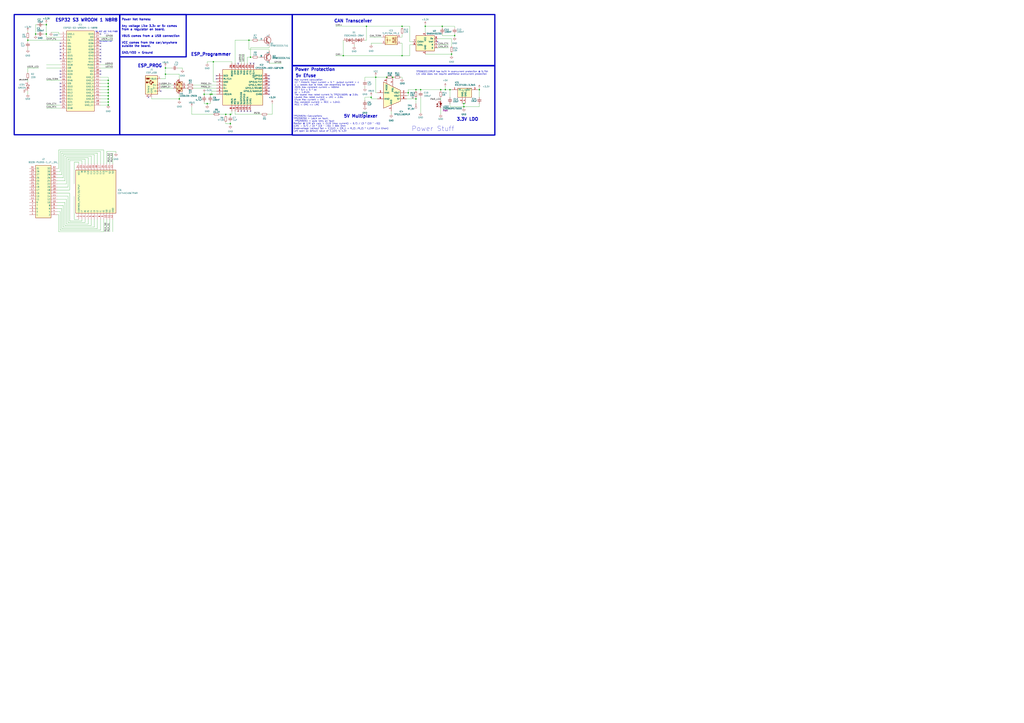
<source format=kicad_sch>
(kicad_sch (version 20250114) (generator "eeschema") (generator_version "9.0")
  (paper "A1")
  (rectangle (start 98.298 11.938) (end 240.03 110.744) (stroke (width 1)))
  (rectangle (start 240.03 11.938) (end 406.4 54.102) (stroke (width 1)))
  (rectangle (start 98.298 11.938) (end 152.908 46.736) (stroke (width 1)))
  (rectangle (start 240.03 53.848) (end 406.4 110.998) (stroke (width 1.016)))
  (rectangle (start 11.684 11.938) (end 98.298 110.744) (stroke (width 1)))
  (text "Move anywhere u want ^\n\n" (at 87.122 34.544 0) (effects (font (size 0.6 0.6))))
  (text "Power Protection" (at 242.062 58.674 0) (effects (font (size 2.54 2.54) (thickness 0.512) (bold yes)) (justify left bottom)))
  (text "Power Stuff" (at 355.6 105.918 0) (effects (font (size 4 4))))
  (text "3.3V LDO" (at 374.904 99.568 0) (effects (font (size 2.54 2.54) (thickness 0.512) (bold yes)) (justify left bottom)))
  (text "TPS563211DRLR has built in overcurrent protection @ 5.75A\n12v side does not require additional overcurrent protection" (at 341.63 58.166 0) (effects (font (size 1.27 1.27)) (justify left top)))
  (text "5v Efuse\n" (at 242.57 63.754 0) (effects (font (size 2.54 2.54) (thickness 0.512) (bold yes)) (justify left bottom)))
  (text "TPS25925x Calculations\nTPS259250 = Latch on fault,\n TPS259251 = auto retry on fault\nResitor @ ILIM pin calc = (ILIM (max current) - 0.7) / (3 * (10 ^ -5))\n(LMC - 0.7) / (3 * (10 ^ -5)) = 60k Ohm\nUndervoltage Lockout Set = V_(UV) = ((R_1 + R_2) /R_2) * V_ENR (1.4 Given)\nLeft open so default value of V_(UV) is 4.3V\n" (at 241.046 94.742 0) (effects (font (size 1.27 1.27)) (justify left top)))
  (text "ESP_PROG" (at 113.03 55.626 0) (effects (font (size 2.54 2.54) (thickness 0.512) (bold yes)) (justify left bottom)))
  (text "CAN Transceiver" (at 274.32 18.796 0) (effects (font (size 2.54 2.54) (thickness 0.512) (bold yes)) (justify left bottom)))
  (text "5V Multiplexer" (at 282.194 97.028 0) (effects (font (size 2.54 2.54) (thickness 0.512) (bold yes)) (justify left bottom)))
  (text "DO NOT USE THIS PIN!!!\n<--" (at 87.376 26.924 0) (effects (font (size 1 1))))
  (text "Max current calculation\n12 * historic input current = 5 *  output current + c\nc = losses due to heat, can essentialy be ignored\n2025 max constant current = 400mA\n12 * 0.4 = 5 * oc\noc = 1.042A\nThe lowest max rated current is TPS2116DRL @ 2.5A.\nLowest Max rated current = LMC = 2.5A.\nEfuze Max current = EMC.\nMax constent current = MCC = 1.042.\nMCC < EMC <= LMC" (at 241.808 65.024 0) (effects (font (size 1.27 1.27)) (justify left top)))
  (text "ESP32 S3 WROOM 1 N8R8" (at 96.774 18.034 0) (effects (font (size 2.54 2.54) (thickness 0.512) (bold yes)) (justify right bottom)))
  (text "ESP_Programmer" (at 156.718 46.228 0) (effects (font (size 2.54 2.54) (thickness 0.512) (bold yes)) (justify left bottom)))
  (text "Power Net Names:\n\nAny voltage Like 3.3v or 5v comes\nfrom a regulator on board.\n\nVBUS comes from a USB connection\n\nVCC comes from the car/anywhere \noutside the board.\n\nGND/VDD = Ground" (at 99.822 29.718 0) (effects (font (size 1.7 1.7) (thickness 0.34) (bold yes)) (justify left)))
  (junction (at 88.9 76.2))
  (junction (at 38.1 27.94))
  (junction (at 135.89 55.88))
  (junction (at 341.63 81.28))
  (junction (at 330.2 45.72))
  (junction (at 38.1 20.32))
  (junction (at 88.9 83.82))
  (junction (at 88.9 71.12))
  (junction (at 369.57 73.66))
  (junction (at 204.47 33.02))
  (junction (at 175.26 50.8))
  (junction (at 205.74 46.99))
  (junction (at 189.23 93.98))
  (junction (at 88.9 78.74))
  (junction (at 361.95 73.66))
  (junction (at 29.21 27.94))
  (junction (at 335.28 76.2))
  (junction (at 88.9 66.04))
  (junction (at 341.63 73.66))
  (junction (at 172.72 77.47))
  (junction (at 317.5 63.5))
  (junction (at 363.22 21.59))
  (junction (at 88.9 68.58))
  (junction (at 167.64 77.47))
  (junction (at 135.89 60.96))
  (junction (at 345.44 73.66))
  (junction (at 185.42 93.98))
  (junction (at 330.2 21.59))
  (junction (at 189.23 101.6))
  (junction (at 322.58 63.5))
  (junction (at 300.99 21.59))
  (junction (at 381 85.09))
  (junction (at 173.99 77.47))
  (junction (at 370.84 44.45))
  (junction (at 88.9 81.28))
  (junction (at 147.32 81.28))
  (junction (at 304.8 80.01))
  (junction (at 349.25 21.59))
  (junction (at 365.76 73.66))
  (junction (at 373.38 29.21))
  (junction (at 393.7 73.66))
  (junction (at 88.9 86.36))
  (junction (at 281.94 45.72))
  (junction (at 170.18 85.09))
  (junction (at 22.86 33.02))
  (junction (at 308.61 63.5))
  (junction (at 381 87.63))
  (junction (at 88.9 73.66))
  (no_connect (at 49.53 76.2))
  (no_connect (at 82.55 60.96))
  (no_connect (at 82.55 40.64))
  (no_connect (at 49.53 45.72))
  (no_connect (at 121.92 80.01))
  (no_connect (at 49.53 60.96))
  (no_connect (at 82.55 50.8))
  (no_connect (at 49.53 71.12))
  (no_connect (at 49.53 68.58))
  (no_connect (at 203.2 91.44))
  (no_connect (at 220.98 64.77))
  (no_connect (at 82.55 43.18))
  (no_connect (at 49.53 83.82))
  (no_connect (at 82.55 35.56))
  (no_connect (at 49.53 81.28))
  (no_connect (at 359.41 34.29))
  (no_connect (at 82.55 58.42))
  (no_connect (at 49.53 43.18))
  (no_connect (at 220.98 74.93))
  (no_connect (at 49.53 38.1))
  (no_connect (at 132.08 74.93))
  (no_connect (at 177.8 64.77))
  (no_connect (at 220.98 62.23))
  (no_connect (at 49.53 35.56))
  (no_connect (at 49.53 48.26))
  (no_connect (at 220.98 69.85))
  (no_connect (at 49.53 58.42))
  (no_connect (at 198.12 91.44))
  (no_connect (at 82.55 27.94))
  (no_connect (at 82.55 38.1))
  (no_connect (at 220.98 67.31))
  (no_connect (at 49.53 78.74))
  (no_connect (at 49.53 63.5))
  (no_connect (at 82.55 48.26))
  (no_connect (at 208.28 52.07))
  (no_connect (at 195.58 52.07))
  (no_connect (at 49.53 40.64))
  (no_connect (at 177.8 62.23))
  (no_connect (at 82.55 45.72))
  (no_connect (at 49.53 73.66))
  (no_connect (at 220.98 77.47))
  (no_connect (at 200.66 91.44))
  (no_connect (at 220.98 72.39))
  (no_connect (at 205.74 91.44))
  (no_connect (at 205.74 52.07))
  (wire (pts (xy 49.53 27.94) (xy 48.26 27.94)))
  (wire (pts (xy 135.89 54.61) (xy 135.89 55.88)))
  (wire (pts (xy 88.9 63.5) (xy 88.9 66.04)))
  (wire (pts (xy 55.88 153.67) (xy 55.88 130.81)))
  (wire (pts (xy 74.93 185.42) (xy 74.93 180.34)))
  (wire (pts (xy 60.96 161.29) (xy 60.96 180.34)))
  (wire (pts (xy 88.9 68.58) (xy 88.9 71.12)))
  (wire (pts (xy 52.07 186.69) (xy 77.47 186.69)))
  (wire (pts (xy 88.9 78.74) (xy 88.9 81.28)))
  (wire (pts (xy 180.34 93.98) (xy 185.42 93.98)))
  (wire (pts (xy 349.25 44.45) (xy 370.84 44.45)))
  (wire (pts (xy 223.52 93.98) (xy 223.52 85.09)))
  (wire (pts (xy 158.75 72.39) (xy 177.8 72.39)))
  (wire (pts (xy 50.8 143.51) (xy 50.8 125.73)))
  (wire (pts (xy 72.39 184.15) (xy 72.39 180.34)))
  (wire (pts (xy 46.99 138.43) (xy 48.26 138.43)))
  (wire (pts (xy 365.76 73.66) (xy 361.95 73.66)))
  (wire (pts (xy 335.28 76.2) (xy 334.01 76.2)))
  (wire (pts (xy 172.72 85.09) (xy 172.72 83.82)))
  (wire (pts (xy 38.1 30.48) (xy 49.53 30.48)))
  (wire (pts (xy 330.2 63.5) (xy 328.93 63.5)))
  (wire (pts (xy 341.63 73.66) (xy 345.44 73.66)))
  (wire (pts (xy 336.55 21.59) (xy 336.55 34.29)))
  (wire (pts (xy 22.86 33.02) (xy 49.53 33.02)))
  (wire (pts (xy 46.99 158.75) (xy 57.15 158.75)))
  (wire (pts (xy 363.22 21.59) (xy 363.22 22.86)))
  (wire (pts (xy 220.98 52.07) (xy 231.14 52.07)))
  (wire (pts (xy 321.31 91.44) (xy 321.31 93.98)))
  (wire (pts (xy 87.63 124.46) (xy 95.25 124.46)))
  (wire (pts (xy 82.55 73.66) (xy 88.9 73.66)))
  (wire (pts (xy 88.9 83.82) (xy 88.9 86.36)))
  (wire (pts (xy 82.55 53.34) (xy 92.71 53.34)))
  (wire (pts (xy 345.44 80.01) (xy 345.44 92.71)))
  (wire (pts (xy 157.48 93.98) (xy 157.48 87.63)))
  (wire (pts (xy 189.23 93.98) (xy 190.5 93.98)))
  (wire (pts (xy 281.94 45.72) (xy 330.2 45.72)))
  (wire (pts (xy 175.26 50.8) (xy 175.26 67.31)))
  (wire (pts (xy 304.8 81.28) (xy 309.88 81.28)))
  (wire (pts (xy 38.1 27.94) (xy 38.1 30.48)))
  (wire (pts (xy 212.09 46.99) (xy 213.36 46.99)))
  (wire (pts (xy 299.72 63.5) (xy 299.72 66.04)))
  (wire (pts (xy 54.61 129.54) (xy 72.39 129.54)))
  (wire (pts (xy 22.86 55.88) (xy 31.75 55.88)))
  (wire (pts (xy 82.55 30.48) (xy 92.71 30.48)))
  (wire (pts (xy 363.22 29.21) (xy 363.22 27.94)))
  (wire (pts (xy 38.1 19.05) (xy 38.1 20.32)))
  (wire (pts (xy 88.9 81.28) (xy 88.9 83.82)))
  (wire (pts (xy 41.91 26.67) (xy 48.26 26.67)))
  (wire (pts (xy 30.48 20.32) (xy 29.21 20.32)))
  (wire (pts (xy 335.28 73.66) (xy 341.63 73.66)))
  (wire (pts (xy 220.98 39.37) (xy 220.98 38.1)))
  (wire (pts (xy 69.85 182.88) (xy 69.85 180.34)))
  (wire (pts (xy 313.69 30.48) (xy 303.53 30.48)))
  (wire (pts (xy 46.99 161.29) (xy 55.88 161.29)))
  (wire (pts (xy 50.8 171.45) (xy 50.8 187.96)))
  (wire (pts (xy 49.53 124.46) (xy 82.55 124.46)))
  (wire (pts (xy 361.95 80.01) (xy 361.95 82.55)))
  (wire (pts (xy 341.63 73.66) (xy 341.63 74.93)))
  (wire (pts (xy 82.55 81.28) (xy 88.9 81.28)))
  (wire (pts (xy 204.47 33.02) (xy 207.01 33.02)))
  (wire (pts (xy 393.7 73.66) (xy 393.7 80.01)))
  (wire (pts (xy 205.74 39.37) (xy 205.74 46.99)))
  (wire (pts (xy 95.25 124.46) (xy 95.25 125.73)))
  (wire (pts (xy 220.98 40.64) (xy 220.98 41.91)))
  (wire (pts (xy 46.99 153.67) (xy 55.88 153.67)))
  (wire (pts (xy 308.61 63.5) (xy 308.61 76.2)))
  (wire (pts (xy 170.18 85.09) (xy 172.72 85.09)))
  (wire (pts (xy 82.55 66.04) (xy 88.9 66.04)))
  (wire (pts (xy 281.94 33.02) (xy 281.94 45.72)))
  (wire (pts (xy 336.55 34.29) (xy 339.09 34.29)))
  (wire (pts (xy 185.42 95.25) (xy 185.42 93.98)))
  (wire (pts (xy 369.57 87.63) (xy 381 87.63)))
  (wire (pts (xy 290.83 36.83) (xy 290.83 38.1)))
  (wire (pts (xy 82.55 189.23) (xy 82.55 180.34)))
  (wire (pts (xy 308.61 62.23) (xy 308.61 63.5)))
  (wire (pts (xy 46.99 151.13) (xy 54.61 151.13)))
  (wire (pts (xy 220.98 39.37) (xy 205.74 39.37)))
  (wire (pts (xy 370.84 44.45) (xy 370.84 45.72)))
  (wire (pts (xy 349.25 21.59) (xy 349.25 26.67)))
  (wire (pts (xy 173.99 74.93) (xy 177.8 74.93)))
  (wire (pts (xy 46.99 166.37) (xy 53.34 166.37)))
  (wire (pts (xy 22.86 33.02) (xy 22.86 31.75)))
  (wire (pts (xy 330.2 63.5) (xy 330.2 64.77)))
  (wire (pts (xy 46.99 173.99) (xy 49.53 173.99)))
  (wire (pts (xy 55.88 130.81) (xy 69.85 130.81)))
  (wire (pts (xy 177.8 67.31) (xy 175.26 67.31)))
  (wire (pts (xy 35.56 20.32) (xy 38.1 20.32)))
  (wire (pts (xy 300.99 21.59) (xy 330.2 21.59)))
  (wire (pts (xy 193.04 93.98) (xy 193.04 91.44)))
  (wire (pts (xy 299.72 63.5) (xy 308.61 63.5)))
  (wire (pts (xy 330.2 22.86) (xy 330.2 21.59)))
  (wire (pts (xy 203.2 46.99) (xy 205.74 46.99)))
  (wire (pts (xy 132.08 72.39) (xy 142.24 72.39)))
  (wire (pts (xy 381 87.63) (xy 393.7 87.63)))
  (wire (pts (xy 167.64 77.47) (xy 167.64 76.2)))
  (wire (pts (xy 373.38 21.59) (xy 373.38 22.86)))
  (wire (pts (xy 330.2 30.48) (xy 330.2 27.94)))
  (wire (pts (xy 57.15 158.75) (xy 57.15 181.61)))
  (wire (pts (xy 393.7 85.09) (xy 393.7 87.63)))
  (wire (pts (xy 379.73 85.09) (xy 381 85.09)))
  (wire (pts (xy 92.71 180.34) (xy 92.71 190.5)))
  (wire (pts (xy 299.72 72.39) (xy 299.72 71.12)))
  (wire (pts (xy 328.93 30.48) (xy 330.2 30.48)))
  (wire (pts (xy 29.21 27.94) (xy 29.21 29.21)))
  (wire (pts (xy 370.84 43.18) (xy 370.84 44.45)))
  (wire (pts (xy 381 85.09) (xy 381 87.63)))
  (wire (pts (xy 57.15 181.61) (xy 67.31 181.61)))
  (wire (pts (xy 369.57 87.63) (xy 369.57 85.09)))
  (wire (pts (xy 336.55 45.72) (xy 336.55 36.83)))
  (wire (pts (xy 190.5 93.98) (xy 190.5 91.44)))
  (wire (pts (xy 198.12 52.07) (xy 198.12 44.45)))
  (wire (pts (xy 147.32 77.47) (xy 147.32 81.28)))
  (wire (pts (xy 304.8 80.01) (xy 304.8 81.28)))
  (wire (pts (xy 69.85 130.81) (xy 69.85 134.62)))
  (wire (pts (xy 189.23 101.6) (xy 189.23 102.87)))
  (wire (pts (xy 88.9 73.66) (xy 88.9 76.2)))
  (wire (pts (xy 67.31 181.61) (xy 67.31 180.34)))
  (wire (pts (xy 323.85 63.5) (xy 322.58 63.5)))
  (wire (pts (xy 38.1 86.36) (xy 49.53 86.36)))
  (wire (pts (xy 49.53 189.23) (xy 82.55 189.23)))
  (wire (pts (xy 124.46 81.28) (xy 124.46 80.01)))
  (wire (pts (xy 88.9 71.12) (xy 88.9 73.66)))
  (wire (pts (xy 365.76 71.12) (xy 365.76 73.66)))
  (wire (pts (xy 53.34 166.37) (xy 53.34 185.42)))
  (wire (pts (xy 46.99 171.45) (xy 50.8 171.45)))
  (wire (pts (xy 330.2 45.72) (xy 336.55 45.72)))
  (wire (pts (xy 90.17 125.73) (xy 90.17 134.62)))
  (wire (pts (xy 48.26 190.5) (xy 85.09 190.5)))
  (wire (pts (xy 300.99 33.02) (xy 299.72 33.02)))
  (wire (pts (xy 82.55 76.2) (xy 88.9 76.2)))
  (wire (pts (xy 46.99 146.05) (xy 52.07 146.05)))
  (wire (pts (xy 345.44 73.66) (xy 361.95 73.66)))
  (wire (pts (xy 361.95 88.9) (xy 361.95 93.98)))
  (wire (pts (xy 359.41 31.75) (xy 370.84 31.75)))
  (wire (pts (xy 170.18 85.09) (xy 170.18 86.36)))
  (wire (pts (xy 77.47 186.69) (xy 77.47 180.34)))
  (wire (pts (xy 393.7 73.66) (xy 393.7 72.39)))
  (wire (pts (xy 38.1 53.34) (xy 49.53 53.34)))
  (wire (pts (xy 50.8 187.96) (xy 80.01 187.96)))
  (wire (pts (xy 135.89 55.88) (xy 135.89 60.96)))
  (wire (pts (xy 335.28 76.2) (xy 335.28 73.66)))
  (wire (pts (xy 50.8 125.73) (xy 80.01 125.73)))
  (wire (pts (xy 90.17 180.34) (xy 90.17 190.5)))
  (wire (pts (xy 74.93 128.27) (xy 74.93 134.62)))
  (wire (pts (xy 275.59 45.72) (xy 281.94 45.72)))
  (wire (pts (xy 172.72 77.47) (xy 172.72 78.74)))
  (wire (pts (xy 54.61 151.13) (xy 54.61 129.54)))
  (wire (pts (xy 55.88 182.88) (xy 69.85 182.88)))
  (wire (pts (xy 190.5 50.8) (xy 175.26 50.8)))
  (wire (pts (xy 381 85.09) (xy 382.27 85.09)))
  (wire (pts (xy 369.57 73.66) (xy 370.84 73.66)))
  (wire (pts (xy 328.93 35.56) (xy 330.2 35.56)))
  (wire (pts (xy 173.99 74.93) (xy 173.99 77.47)))
  (wire (pts (xy 80.01 125.73) (xy 80.01 134.62)))
  (wire (pts (xy 189.23 100.33) (xy 189.23 101.6)))
  (wire (pts (xy 334.01 78.74) (xy 335.28 78.74)))
  (wire (pts (xy 193.04 33.02) (xy 193.04 52.07)))
  (wire (pts (xy 49.53 140.97) (xy 49.53 124.46)))
  (wire (pts (xy 22.86 64.77) (xy 22.86 67.31)))
  (wire (pts (xy 308.61 76.2) (xy 309.88 76.2)))
  (wire (pts (xy 48.26 123.19) (xy 85.09 123.19)))
  (wire (pts (xy 38.1 55.88) (xy 49.53 55.88)))
  (wire (pts (xy 275.59 21.59) (xy 300.99 21.59)))
  (wire (pts (xy 85.09 123.19) (xy 85.09 134.62)))
  (wire (pts (xy 46.99 143.51) (xy 50.8 143.51)))
  (wire (pts (xy 345.44 73.66) (xy 345.44 74.93)))
  (wire (pts (xy 82.55 86.36) (xy 88.9 86.36)))
  (wire (pts (xy 88.9 66.04) (xy 88.9 68.58)))
  (wire (pts (xy 80.01 187.96) (xy 80.01 180.34)))
  (wire (pts (xy 135.89 60.96) (xy 135.89 64.77)))
  (wire (pts (xy 365.76 73.66) (xy 369.57 73.66)))
  (wire (pts (xy 308.61 63.5) (xy 317.5 63.5)))
  (wire (pts (xy 172.72 77.47) (xy 173.99 77.47)))
  (wire (pts (xy 87.63 180.34) (xy 87.63 190.5)))
  (wire (pts (xy 152.4 69.85) (xy 153.67 69.85)))
  (wire (pts (xy 46.99 168.91) (xy 52.07 168.91)))
  (wire (pts (xy 124.46 81.28) (xy 147.32 81.28)))
  (wire (pts (xy 48.26 26.67) (xy 48.26 27.94)))
  (wire (pts (xy 220.98 40.64) (xy 204.47 40.64)))
  (wire (pts (xy 170.18 50.8) (xy 170.18 52.07)))
  (wire (pts (xy 393.7 73.66) (xy 392.43 73.66)))
  (wire (pts (xy 132.08 69.85) (xy 142.24 69.85)))
  (wire (pts (xy 22.86 39.37) (xy 22.86 40.64)))
  (wire (pts (xy 300.99 21.59) (xy 300.99 33.02)))
  (wire (pts (xy 167.64 77.47) (xy 172.72 77.47)))
  (wire (pts (xy 349.25 20.32) (xy 349.25 21.59)))
  (wire (pts (xy 53.34 128.27) (xy 74.93 128.27)))
  (wire (pts (xy 64.77 133.35) (xy 60.96 133.35)))
  (wire (pts (xy 82.55 124.46) (xy 82.55 134.62)))
  (wire (pts (xy 38.1 20.32) (xy 38.1 27.94)))
  (wire (pts (xy 219.71 93.98) (xy 223.52 93.98)))
  (wire (pts (xy 313.69 35.56) (xy 304.8 35.56)))
  (wire (pts (xy 88.9 76.2) (xy 88.9 78.74)))
  (wire (pts (xy 170.18 50.8) (xy 175.26 50.8)))
  (wire (pts (xy 146.05 55.88) (xy 149.86 55.88)))
  (wire (pts (xy 46.99 163.83) (xy 54.61 163.83)))
  (wire (pts (xy 82.55 71.12) (xy 88.9 71.12)))
  (wire (pts (xy 22.86 59.69) (xy 22.86 55.88)))
  (wire (pts (xy 54.61 163.83) (xy 54.61 184.15)))
  (wire (pts (xy 299.72 80.01) (xy 299.72 82.55)))
  (wire (pts (xy 22.86 74.93) (xy 22.86 77.47)))
  (wire (pts (xy 92.71 125.73) (xy 92.71 134.62)))
  (wire (pts (xy 167.64 85.09) (xy 170.18 85.09)))
  (wire (pts (xy 46.99 148.59) (xy 53.34 148.59)))
  (wire (pts (xy 52.07 168.91) (xy 52.07 186.69)))
  (wire (pts (xy 38.1 66.04) (xy 49.53 66.04)))
  (wire (pts (xy 190.5 50.8) (xy 190.5 52.07)))
  (wire (pts (xy 52.07 146.05) (xy 52.07 127)))
  (wire (pts (xy 189.23 93.98) (xy 189.23 95.25)))
  (wire (pts (xy 87.63 134.62) (xy 87.63 124.46)))
  (wire (pts (xy 72.39 129.54) (xy 72.39 134.62)))
  (wire (pts (xy 64.77 180.34) (xy 60.96 180.34)))
  (wire (pts (xy 135.89 60.96) (xy 147.32 60.96)))
  (wire (pts (xy 304.8 35.56) (xy 304.8 36.83)))
  (wire (pts (xy 185.42 101.6) (xy 189.23 101.6)))
  (wire (pts (xy 185.42 100.33) (xy 185.42 101.6)))
  (wire (pts (xy 29.21 20.32) (xy 29.21 27.94)))
  (wire (pts (xy 147.32 82.55) (xy 147.32 81.28)))
  (wire (pts (xy 373.38 27.94) (xy 373.38 29.21)))
  (wire (pts (xy 82.55 33.02) (xy 92.71 33.02)))
  (wire (pts (xy 77.47 127) (xy 77.47 134.62)))
  (wire (pts (xy 167.64 83.82) (xy 167.64 85.09)))
  (wire (pts (xy 55.88 161.29) (xy 55.88 182.88)))
  (wire (pts (xy 167.64 77.47) (xy 167.64 78.74)))
  (wire (pts (xy 341.63 85.09) (xy 341.63 81.28)))
  (wire (pts (xy 359.41 39.37) (xy 368.3 39.37)))
  (wire (pts (xy 82.55 68.58) (xy 88.9 68.58)))
  (wire (pts (xy 64.77 134.62) (xy 64.77 133.35)))
  (wire (pts (xy 67.31 132.08) (xy 57.15 132.08)))
  (wire (pts (xy 381 87.63) (xy 381 88.9)))
  (wire (pts (xy 193.04 33.02) (xy 204.47 33.02)))
  (wire (pts (xy 336.55 36.83) (xy 339.09 36.83)))
  (wire (pts (xy 60.96 133.35) (xy 60.96 151.13)))
  (wire (pts (xy 334.01 81.28) (xy 341.63 81.28)))
  (wire (pts (xy 57.15 156.21) (xy 46.99 156.21)))
  (wire (pts (xy 82.55 83.82) (xy 88.9 83.82)))
  (wire (pts (xy 82.55 55.88) (xy 92.71 55.88)))
  (wire (pts (xy 373.38 29.21) (xy 373.38 30.48)))
  (wire (pts (xy 205.74 46.99) (xy 207.01 46.99)))
  (wire (pts (xy 152.4 72.39) (xy 153.67 72.39)))
  (wire (pts (xy 370.84 31.75) (xy 370.84 38.1)))
  (wire (pts (xy 349.25 21.59) (xy 363.22 21.59)))
  (wire (pts (xy 158.75 69.85) (xy 177.8 69.85)))
  (wire (pts (xy 53.34 185.42) (xy 74.93 185.42)))
  (wire (pts (xy 82.55 63.5) (xy 88.9 63.5)))
  (wire (pts (xy 49.53 173.99) (xy 49.53 189.23)))
  (wire (pts (xy 132.08 64.77) (xy 135.89 64.77)))
  (wire (pts (xy 46.99 176.53) (xy 48.26 176.53)))
  (wire (pts (xy 135.89 55.88) (xy 140.97 55.88)))
  (wire (pts (xy 57.15 132.08) (xy 57.15 156.21)))
  (wire (pts (xy 54.61 184.15) (xy 72.39 184.15)))
  (wire (pts (xy 200.66 52.07) (xy 200.66 44.45)))
  (wire (pts (xy 341.63 81.28) (xy 341.63 80.01)))
  (wire (pts (xy 35.56 27.94) (xy 38.1 27.94)))
  (wire (pts (xy 363.22 21.59) (xy 373.38 21.59)))
  (wire (pts (xy 22.86 33.02) (xy 22.86 34.29)))
  (wire (pts (xy 204.47 40.64) (xy 204.47 33.02)))
  (wire (pts (xy 67.31 134.62) (xy 67.31 132.08)))
  (wire (pts (xy 22.86 25.4) (xy 22.86 26.67)))
  (wire (pts (xy 359.41 36.83) (xy 368.3 36.83)))
  (wire (pts (xy 85.09 190.5) (xy 85.09 180.34)))
  (wire (pts (xy 369.57 73.66) (xy 369.57 80.01)))
  (wire (pts (xy 46.99 140.97) (xy 49.53 140.97)))
  (wire (pts (xy 304.8 80.01) (xy 299.72 80.01)))
  (wire (pts (xy 335.28 78.74) (xy 335.28 76.2)))
  (wire (pts (xy 52.07 127) (xy 77.47 127)))
  (wire (pts (xy 330.2 21.59) (xy 336.55 21.59)))
  (wire (pts (xy 48.26 176.53) (xy 48.26 190.5)))
  (wire (pts (xy 53.34 148.59) (xy 53.34 128.27)))
  (wire (pts (xy 330.2 35.56) (xy 330.2 45.72)))
  (wire (pts (xy 185.42 93.98) (xy 189.23 93.98)))
  (wire (pts (xy 193.04 93.98) (xy 214.63 93.98)))
  (wire (pts (xy 173.99 77.47) (xy 177.8 77.47)))
  (wire (pts (xy 29.21 27.94) (xy 30.48 27.94)))
  (wire (pts (xy 38.1 88.9) (xy 49.53 88.9)))
  (wire (pts (xy 363.22 29.21) (xy 373.38 29.21)))
  (wire (pts (xy 147.32 60.96) (xy 147.32 64.77)))
  (wire (pts (xy 361.95 73.66) (xy 361.95 74.93)))
  (wire (pts (xy 48.26 138.43) (xy 48.26 123.19)))
  (wire (pts (xy 175.26 93.98) (xy 157.48 93.98)))
  (wire (pts (xy 82.55 78.74) (xy 88.9 78.74)))
  (wire (pts (xy 304.8 78.74) (xy 304.8 80.01)))
  (wire (pts (xy 203.2 52.07) (xy 203.2 46.99)))
  (wire (pts (xy 212.09 33.02) (xy 213.36 33.02)))
  (wire (pts (xy 149.86 55.88) (xy 149.86 57.15)))
  (label "CAN-" (at 275.59 45.72 0))
  (label "USER_LED" (at 92.71 33.02 180))
  (label "RSTB" (at 213.36 93.98 180))
  (label "PWR_LED" (at 361.95 82.55 180))
  (label "U0TXD" (at 200.66 44.45 270))
  (label "MUX_S1" (at 90.17 190.5 90))
  (label "PROG_D+" (at 173.99 69.85 180))
  (label "PROG_D-" (at 173.99 72.39 180))
  (label "CHIP_PU" (at 38.1 33.02 0))
  (label "U0TXD" (at 92.71 55.88 180))
  (label "CAN_TERM" (at 38.1 66.04 0))
  (label "ST" (at 340.36 81.28 180))
  (label "USR_LED_RSTR" (at 22.86 66.04 180) (effects (font (size 0.65 0.65))))
  (label "USER_LED" (at 31.75 55.88 180))
  (label "GPIO0" (at 92.71 30.48 180))
  (label "CAN_TERM" (at 303.53 30.48 0))
  (label "MUX_S0" (at 87.63 190.5 90))
  (label "U0RXD" (at 92.71 53.34 180))
  (label "GPIO0" (at 231.14 52.07 180))
  (label "CAN_RTX" (at 38.1 88.9 0))
  (label "USBM_D-" (at 140.97 72.39 180))
  (label "U0RXD" (at 198.12 44.45 270))
  (label "CAN_CTX" (at 38.1 86.36 0))
  (label "CAN_CTX" (at 368.3 36.83 180))
  (label "MUX_S3" (at 92.71 125.73 270))
  (label "MUX_S2" (at 90.17 125.73 270))
  (label "USBM_D+" (at 140.97 69.85 180))
  (label "CAN+" (at 275.59 21.59 0))
  (label "CAN_RTX" (at 368.3 39.37 180))
  (symbol (lib_id "power:GND") (at 22.86 77.47 0) (unit 1)
    (property "Reference" "#PWR03" (effects (hide yes)))
    (property "Value" "GND" (at 22.86 81.28 0))
  )
  (symbol (lib_id "Connector:USB_B_Micro") (at 124.46 69.85 0) (unit 1)
    (property "Reference" "J1" (at 124.46 57.15 0))
    (property "Value" "ESP_USB" (at 124.46 59.69 0))
    (property "Footprint" "Connector_USB:USB_Micro-B_Molex-105017-0001" (effects (hide yes)))
    (property "Description" "USB Micro Type B connector" (effects (hide yes)))
  )
  (symbol (lib_id "SDM_VOLTAGE_REGULATORS:MIC37100-3.3WS") (at 370.84 74.93 0) (unit 1)
    (property "Reference" "IC5" (at 375.158 67.818 0))
    (property "Value" "MIC37100-3.3WS" (at 382.016 69.85 0))
    (property "Footprint" "SDM_MiscFootprint:SOT230P700X180-4N" (effects (hide yes)))
    (property "Datasheet" "https://datasheet.datasheetarchive.com/originals/dk/DKDS-15/281099.pdf" (effects (hide yes)))
    (property "Description" "LDO Voltage Regulators 1.0A Low Voltage uCap LDO Regulator" (effects (hide yes)))
    (property "Height" "1.8" (effects (hide yes)))
    (property "Mouser Part Number" "998-MIC37100-3.3WS" (effects (hide yes)))
    (property "Mouser Price/Stock" "https://www.mouser.co.uk/ProductDetail/Microchip-Technology/MIC37100-3.3WS?qs=kh6iOki%2FeLGN%252BjivEzt6Eg%3D%3D" (effects (hide yes)))
    (property "Manufacturer_Name" "Microchip" (effects (hide yes)))
    (property "Manufacturer_Part_Number" "MIC37100-3.3WS" (effects (hide yes)))
  )
  (symbol (lib_id "Device:C_Small") (at 369.57 82.55 180) (unit 1)
    (property "Reference" "C12" (at 374.396 81.534 0))
    (property "Value" "10uF" (at 374.396 83.312 0))
    (property "Footprint" "Capacitor_SMD:C_0603_1608Metric" (effects (hide yes)))
  )
  (symbol (lib_id "power:VBUS") (at 157.48 87.63 0) (unit 1)
    (property "Reference" "#PWR011" (effects (hide yes)))
    (property "Value" "VBUS" (at 157.48 84.328 0))
    (property "Description" "Power symbol creates a global label with name \"VBUS\"" (effects (hide yes)))
  )
  (symbol (lib_id "power:GND") (at 290.83 38.1 0) (unit 1)
    (property "Reference" "#PWR017" (effects (hide yes)))
    (property "Value" "GND" (at 290.83 42.164 0))
    (property "Description" "Power symbol creates a global label with name \"GND\" , ground" (effects (hide yes)))
  )
  (symbol (lib_id "power:GND") (at 330.2 64.77 0) (unit 1)
    (property "Reference" "#PWR024" (effects (hide yes)))
    (property "Value" "GND" (at 330.454 68.58 0))
    (property "Description" "Power symbol creates a global label with name \"GND\" , ground" (effects (hide yes)))
  )
  (symbol (lib_id "Device:C_Small") (at 393.7 82.55 180) (unit 1)
    (property "Reference" "C14" (at 389.382 81.28 0))
    (property "Value" "10uF" (at 389.382 83.058 0))
    (property "Footprint" "Capacitor_SMD:C_0603_1608Metric" (effects (hide yes)))
  )
  (symbol (lib_id "power:+3.3V") (at 22.86 25.4 0) (unit 1)
    (property "Reference" "#PWR01" (effects (hide yes)))
    (property "Value" "+3.3V" (at 22.86 22.098 0))
    (property "Description" "Power symbol creates a global label with name \"+3.3V\"" (effects (hide yes)))
  )
  (symbol (lib_id "power:GND") (at 149.86 57.15 0) (unit 1)
    (property "Reference" "#PWR010" (effects (hide yes)))
    (property "Value" "GND" (at 149.86 62.23 0))
    (property "Description" "Power symbol creates a global label with name \"GND\" , ground" (effects (hide yes)))
  )
  (symbol (lib_id "Device:C_Small") (at 33.02 27.94 90) (unit 1)
    (property "Reference" "C3" (at 30.226 23.368 90) (effects (justify right)))
    (property "Value" "100nF" (at 30.226 25.146 90) (effects (justify right)))
    (property "Footprint" "Capacitor_SMD:C_0603_1608Metric" (effects (hide yes)))
  )
  (symbol (lib_id "SDM_MICRO_CONTROLLER:ESP32-S3-WROOM-1-N8R8") (at 49.53 27.94 0) (unit 1)
    (property "Reference" "IC1" (at 66.04 20.32 0))
    (property "Value" "ESP32-S3-WROOM-1-N8R8" (at 66.04 22.86 0))
    (property "Footprint" "SDM_MiscFootprint:ESP32S3WROOM1N8R8" (effects (hide yes)))
    (property "Datasheet" "https://www.espressif.com/sites/default/files/documentation/esp32-s3-wroom-1_wroom-1u_datasheet_en.pdf" (effects (hide yes)))
    (property "Description" "WiFi Modules - 802.11 (Engineering Samples Only) SMD Module, ESP32-S3R8 with 8 MB Octal PSRAM Die, 8 MB Quad SPI flash, PCB Antenna" (effects (hide yes)))
    (property "Height" "3.25" (effects (hide yes)))
    (property "Mouser Part Number" "356-EP32S3WROOM1N8R8" (effects (hide yes)))
    (property "Mouser Price/Stock" "https://www.mouser.co.uk/ProductDetail/Espressif-Systems/ESP32-S3-WROOM-1-N8R8?qs=7D1LtPJG0i3%2F28hKFavOpQ%3D%3D" (effects (hide yes)))
    (property "Manufacturer_Name" "Espressif Systems" (effects (hide yes)))
    (property "Manufacturer_Part_Number" "ESP32-S3-WROOM-1-N8R8" (effects (hide yes)))
  )
  (symbol (lib_id "Device:R_Small") (at 370.84 40.64 0) (mirror x) (unit 1)
    (property "Reference" "R15" (at 373.888 39.624 0))
    (property "Value" "10k" (at 373.888 41.402 0))
    (property "Footprint" "Resistor_SMD:R_0603_1608Metric" (effects (hide yes)))
  )
  (symbol (lib_id "SDM_USBUART:CP2102N-A02-GQFN28") (at 177.8 62.23 0) (unit 1)
    (property "Reference" "IC2" (at 213.106 53.34 0) (effects (justify left)))
    (property "Value" "CP2102N-A02-GQFN28" (at 209.804 55.88 0) (effects (justify left)))
    (property "Footprint" "SDM_MiscFootprint:QFN50P500X500X80-29N-D" (effects (hide yes)))
    (property "Datasheet" "https://componentsearchengine.com/Datasheets/2/CP2102N-A02-GQFN28.pdf" (effects (hide yes)))
    (property "Description" "SILICON LABS - CP2102N-A02-GQFN28 - USB TO UART BRIDGE, -40 TO 85DEG C" (effects (hide yes)))
    (property "Height" "0.8" (effects (hide yes)))
    (property "Mouser Part Number" "634-CP2102NA02GQFN28" (effects (hide yes)))
    (property "Mouser Price/Stock" "https://www.mouser.co.uk/ProductDetail/Silicon-Labs/CP2102N-A02-GQFN28?qs=u16ybLDytRaSBkSkyjYFiA%3D%3D" (effects (hide yes)))
    (property "Manufacturer_Name" "Silicon Labs" (effects (hide yes)))
    (property "Manufacturer_Part_Number" "CP2102N-A02-GQFN28" (effects (hide yes)))
  )
  (symbol (lib_id "Device:R_Small") (at 320.04 63.5 270) (unit 1)
    (property "Reference" "R10" (at 318.262 60.198 90) (effects (justify left)))
    (property "Value" "10k" (at 320.04 61.722 90))
    (property "Footprint" "Resistor_SMD:R_0603_1608Metric" (effects (hide yes)))
  )
  (symbol (lib_id "power:GND") (at 189.23 102.87 0) (unit 1)
    (property "Reference" "#PWR015" (effects (hide yes)))
    (property "Value" "GND" (at 189.23 107.95 0))
    (property "Description" "Power symbol creates a global label with name \"GND\" , ground" (effects (hide yes)))
  )
  (symbol (lib_id "power:GND") (at 170.18 52.07 0) (unit 1)
    (property "Reference" "#PWR013" (effects (hide yes)))
    (property "Value" "GND" (at 170.18 56.134 0))
    (property "Description" "Power symbol creates a global label with name \"GND\" , ground" (effects (hide yes)))
  )
  (symbol (lib_id "SDM_ESD:ESDCAN03-2BWY") (at 290.83 33.02 0) (unit 1)
    (property "Reference" "D1" (at 290.83 26.67 0))
    (property "Value" "ESDCAN03-2BWY" (at 290.83 29.21 0))
    (property "Footprint" "SDM_MiscFootprint:SOT65P210X110-3N" (effects (hide yes)))
    (property "Datasheet" "https://www.mouser.de/datasheet/2/389/esdcan02-2bwy-954689.pdf" (effects (hide yes)))
    (property "Description" "ESD Suppressors / TVS Diodes Automotive dual-line Transil, Transient voltage suppressor (TVS) for CAN bus" (effects (hide yes)))
    (property "Height" "1.1" (effects (hide yes)))
    (property "Mouser Part Number" "511-ESDCAN03-2BWY" (effects (hide yes)))
    (property "Mouser Price/Stock" "https://www.mouser.co.uk/ProductDetail/STMicroelectronics/ESDCAN03-2BWY?qs=FqY30PPN9V2iiokjuqa22Q%3D%3D" (effects (hide yes)))
    (property "Manufacturer_Name" "STMicroelectronics" (effects (hide yes)))
    (property "Manufacturer_Part_Number" "ESDCAN03-2BWY" (effects (hide yes)))
  )
  (symbol (lib_id "power:GND") (at 373.38 30.48 0) (unit 1)
    (property "Reference" "#PWR030" (effects (hide yes)))
    (property "Value" "GND" (at 373.38 35.56 0))
    (property "Description" "Power symbol creates a global label with name \"GND\" , ground" (effects (hide yes)))
  )
  (symbol (lib_id "power:+3.3V") (at 393.7 72.39 0) (unit 1)
    (property "Reference" "#PWR032" (effects (hide yes)))
    (property "Value" "+3.3V" (at 396.24 71.1199 0) (effects (justify left)))
  )
  (symbol (lib_id "power:GND") (at 29.21 29.21 0) (unit 1)
    (property "Reference" "#PWR04" (effects (hide yes)))
    (property "Value" "GND" (at 33.02 31.242 0))
    (property "Description" "Power symbol creates a global label with name \"GND\" , ground" (effects (hide yes)))
  )
  (symbol (lib_id "power:+5V") (at 365.76 71.12 0) (unit 1)
    (property "Reference" "#PWR028" (effects (hide yes)))
    (property "Value" "+5V" (at 365.76 66.04 0))
    (property "Description" "Power symbol creates a global label with name \"+5V\"" (effects (hide yes)))
  )
  (symbol (lib_id "SDM_LOGIC:TPS2116DRLR") (at 320.04 78.74 0) (unit 1)
    (property "Reference" "IC4" (at 327.914 91.694 0) (effects (justify left)))
    (property "Value" "TPS2116DRLR" (at 323.4533 93.98 0) (effects (justify left)))
    (property "Footprint" "SDM_MiscFootprint:SOTFL50P160X60-8L" (effects (hide yes)))
    (property "Datasheet" "https://www.ti.com/lit/gpn/tps2116" (effects (hide yes)))
    (property "Description" "d" (effects (hide yes)))
    (property "Height" "0.6" (effects (hide yes)))
    (property "Mouser Part Number" "595-TPS2116DRLR" (effects (hide yes)))
    (property "Mouser Price/Stock" "https://www.mouser.co.uk/ProductDetail/Texas-Instruments/TPS2116DRLR?qs=aP1CjGhiNiGo3XAyXcVPaQ%3D%3D" (effects (hide yes)))
    (property "Manufacturer_Name" "Texas Instruments" (effects (hide yes)))
    (property "Manufacturer_Part_Number" "TPS2116DRLR" (effects (hide yes)))
  )
  (symbol (lib_id "power:+3.3V") (at 223.52 85.09 0) (unit 1)
    (property "Reference" "#PWR016" (effects (hide yes)))
    (property "Value" "+3.3V" (at 223.52 80.01 0))
    (property "Description" "Power symbol creates a global label with name \"+3.3V\"" (effects (hide yes)))
  )
  (symbol (lib_id "Power_Protection:USBLC6-2SC6") (at 147.32 69.85 0) (unit 1)
    (property "Reference" "U1" (at 147.828 76.962 0) (effects (justify left)))
    (property "Value" "USBLC6-2SC6" (at 147.828 78.74 0) (effects (justify left)))
    (property "Footprint" "Package_TO_SOT_SMD:SOT-23-6" (effects (hide yes)))
    (property "Datasheet" "https://www.st.com/resource/en/datasheet/usblc6-2.pdf" (effects (hide yes)))
    (property "Description" "Very low capacitance ESD protection diode, 2 data-line, SOT-23-6" (effects (hide yes)))
  )
  (symbol (lib_id "Device:R_Small") (at 341.63 77.47 0) (unit 1)
    (property "Reference" "R13" (at 338.836 76.454 0))
    (property "Value" "10k" (at 338.582 78.232 0))
    (property "Footprint" "Resistor_SMD:R_0603_1608Metric" (effects (hide yes)))
  )
  (symbol (lib_id "Device:C_Small") (at 363.22 25.4 0) (mirror y) (unit 1)
    (property "Reference" "C11" (at 368.808 24.384 0) (effects (justify left)))
    (property "Value" "100nF" (at 371.094 26.162 0) (effects (justify left)))
    (property "Footprint" "Capacitor_SMD:C_0603_1608Metric" (effects (hide yes)))
  )
  (symbol (lib_id "power:GND") (at 299.72 87.63 0) (unit 1)
    (property "Reference" "#PWR019" (effects (hide yes)))
    (property "Value" "GND" (at 299.72 92.71 0))
    (property "Description" "Power symbol creates a global label with name \"GND\" , ground" (effects (hide yes)))
  )
  (symbol (lib_id "SDM_TRANSISTOR:MMBT2222LT1G") (at 218.44 46.99 0) (mirror x) (unit 1)
    (property "Reference" "Q2" (at 226.568 46.228 0) (effects (justify right)))
    (property "Value" "MMBT2222LT1G" (at 238.252 47.752 0) (effects (justify right)))
    (property "Footprint" "SDM_MiscFootprint:SOT96P237X111-3N" (effects (hide yes)))
    (property "Datasheet" "https://ngspice.sourceforge.io/docs/ngspice-html-manual/manual.xhtml#cha_BJTs" (effects (hide yes)))
    (property "Description" "Bipolar transistor symbol for simulation only, substrate tied to the emitter" (effects (hide yes)))
    (property "Sim.Device" "NPN" (effects (hide yes)))
    (property "Sim.Type" "GUMMELPOON" (effects (hide yes)))
    (property "Sim.Pins" "1=C 2=B 3=E" (effects (hide yes)))
  )
  (symbol (lib_id "Device:C_Small") (at 345.44 77.47 0) (unit 1)
    (property "Reference" "C10" (at 347.98 76.2063 0) (effects (justify left)))
    (property "Value" "100uF" (at 347.98 78.7463 0) (effects (justify left)))
    (property "Footprint" "Capacitor_SMD:C_0603_1608Metric" (effects (hide yes)))
  )
  (symbol (lib_id "Device:R_Small") (at 217.17 93.98 90) (unit 1)
    (property "Reference" "R9" (at 217.17 97.79 90))
    (property "Value" "1k" (at 217.17 96.012 90))
    (property "Footprint" "Resistor_SMD:R_0603_1608Metric" (effects (hide yes)))
  )
  (symbol (lib_id "Device:R_Small") (at 177.8 93.98 270) (unit 1)
    (property "Reference" "R5" (at 177.8 90.17 90))
    (property "Value" "22.1K" (at 177.8 91.948 90))
    (property "Footprint" "Resistor_SMD:R_0603_1608Metric" (effects (hide yes)))
  )
  (symbol (lib_id "power:GND") (at 381 88.9 0) (unit 1)
    (property "Reference" "#PWR031" (effects (hide yes)))
    (property "Value" "GND" (at 381 93.98 0))
    (property "Description" "Power symbol creates a global label with name \"GND\" , ground" (effects (hide yes)))
  )
  (symbol (lib_id "power:GND") (at 345.44 92.71 0) (unit 1)
    (property "Reference" "#PWR025" (effects (hide yes)))
    (property "Value" "GND" (at 345.44 96.52 0))
    (property "Description" "Power symbol creates a global label with name \"GND\" , ground" (effects (hide yes)))
  )
  (symbol (lib_id "Device:R_Small") (at 156.21 69.85 90) (unit 1)
    (property "Reference" "R3" (at 156.21 66.294 90))
    (property "Value" "27" (at 156.21 68.072 90))
    (property "Footprint" "Resistor_SMD:R_0603_1608Metric" (effects (hide yes)))
  )
  (symbol (lib_id "Device:C_Small") (at 22.86 36.83 0) (unit 1)
    (property "Reference" "C1" (at 17.018 35.814 0) (effects (justify left)))
    (property "Value" "1uF" (at 17.018 37.592 0) (effects (justify left)))
    (property "Footprint" "Capacitor_SMD:C_0603_1608Metric" (effects (hide yes)))
  )
  (symbol (lib_id "Device:C_Small") (at 373.38 25.4 0) (mirror y) (unit 1)
    (property "Reference" "C13" (at 378.968 24.384 0) (effects (justify left)))
    (property "Value" "100nF" (at 381.254 26.162 0) (effects (justify left)))
    (property "Footprint" "Capacitor_SMD:C_0603_1608Metric" (effects (hide yes)))
  )
  (symbol (lib_id "Device:C_Small") (at 299.72 68.58 180) (unit 1)
    (property "Reference" "C8" (at 301.752 67.818 0) (effects (justify right)))
    (property "Value" "1uF" (at 301.752 69.342 0) (effects (justify right)))
    (property "Footprint" "Capacitor_SMD:C_0603_1608Metric" (effects (hide yes)))
  )
  (symbol (lib_id "power:GND") (at 170.18 86.36 0) (unit 1)
    (property "Reference" "#PWR014" (effects (hide yes)))
    (property "Value" "GND" (at 170.18 91.44 0))
    (property "Description" "Power symbol creates a global label with name \"GND\" , ground" (effects (hide yes)))
  )
  (symbol (lib_id "power:GND") (at 361.95 93.98 0) (unit 1)
    (property "Reference" "#PWR027" (effects (hide yes)))
    (property "Value" "GND" (at 361.95 97.79 0))
    (property "Description" "Power symbol creates a global label with name \"GND\" , ground" (effects (hide yes)))
  )
  (symbol (lib_id "Device:C_Small") (at 299.72 85.09 180) (unit 1)
    (property "Reference" "C9" (at 301.752 84.328 0) (effects (justify right)))
    (property "Value" "1uF" (at 301.752 85.852 0) (effects (justify right)))
    (property "Footprint" "Capacitor_SMD:C_0603_1608Metric" (effects (hide yes)))
  )
  (symbol (lib_id "Device:R_Small") (at 326.39 63.5 270) (unit 1)
    (property "Reference" "R11" (at 324.358 60.198 90) (effects (justify left)))
    (property "Value" "10k" (at 326.39 61.722 90))
    (property "Footprint" "Resistor_SMD:R_0603_1608Metric" (effects (hide yes)))
  )
  (symbol (lib_id "SDM_LED:150060RS75000") (at 361.95 88.9 90) (unit 1)
    (property "Reference" "LED2" (at 368.554 87.63 90) (effects (justify left)))
    (property "Value" "150060RS75000" (at 379.476 89.154 90) (effects (justify left)))
    (property "Footprint" "SDM_MiscFootprint:LEDC1608X80N" (effects (hide yes)))
    (property "Datasheet" "https://www.we-online.com/components/products/datasheet/150060RS75000.pdf" (effects (hide yes)))
    (property "Description" "WURTH ELEKTRONIK - 150060RS75000 - LED, 0603, RED, 250MCD, 625NM" (effects (hide yes)))
    (property "Measure" "PWR" (at 367.792 90.932 90) (effects (justify left)))
    (property "Height" "0.8" (effects (hide yes)))
    (property "Mouser Part Number" "710-150060RS75000" (effects (hide yes)))
    (property "Mouser Price/Stock" "https://www.mouser.co.uk/ProductDetail/Wurth-Elektronik/150060RS75000?qs=LlUlMxKIyB3QnmZ3fw%2FVCA%3D%3D" (effects (hide yes)))
    (property "Manufacturer_Name" "Wurth Elektronik" (effects (hide yes)))
    (property "Manufacturer_Part_Number" "150060RS75000" (effects (hide yes)))
  )
  (symbol (lib_id "power:+3.3V") (at 349.25 20.32 0) (unit 1)
    (property "Reference" "#PWR026" (effects (hide yes)))
    (property "Value" "+3.3V" (at 349.25 16.002 0))
    (property "Description" "Power symbol creates a global label with name \"+3.3V\"" (effects (hide yes)))
  )
  (symbol (lib_id "power:+3.3V") (at 167.64 76.2 0) (unit 1)
    (property "Reference" "#PWR012" (effects (hide yes)))
    (property "Value" "+3.3V" (at 171.196 74.168 0))
    (property "Description" "Power symbol creates a global label with name \"+3.3V\"" (effects (hide yes)))
  )
  (symbol (lib_id "Device:C_Small") (at 143.51 55.88 270) (unit 1)
    (property "Reference" "C4" (at 146.558 51.308 90) (effects (justify right)))
    (property "Value" "1uF" (at 146.558 53.086 90) (effects (justify right)))
    (property "Footprint" "Capacitor_SMD:C_0603_1608Metric" (effects (hide yes)))
  )
  (symbol (lib_id "SDM_OPTOCOUPLERS:TLP175A_TPL,E") (at 313.69 33.02 0) (unit 1)
    (property "Reference" "IC3" (at 321.056 25.146 0))
    (property "Value" "TLP175A_TPL,E" (at 321.056 27.432 0))
    (property "Footprint" "SDM_MiscFootprint:TLP266J" (effects (hide yes)))
    (property "Datasheet" "http://toshiba.semicon-storage.com/info/docget.jsp?did=13665&prodName=TLP175A" (effects (hide yes)))
    (property "Description" "MOSFET Output Optocouplers Trigger LED Current 1mA85dC3750 Vrms" (effects (hide yes)))
    (property "Height" "2" (effects (hide yes)))
    (property "Mouser Part Number" "757-TLP175A(TPLE" (effects (hide yes)))
    (property "Mouser Price/Stock" "https://www.mouser.co.uk/ProductDetail/Toshiba/TLP175ATPLE?qs=HVbQlW5zcXXp9ILK7hvmMw%3D%3D" (effects (hide yes)))
    (property "Manufacturer_Name" "Toshiba" (effects (hide yes)))
    (property "Manufacturer_Part_Number" "TLP175A(TPL,E" (effects (hide yes)))
  )
  (symbol (lib_id "power:GND") (at 22.86 40.64 0) (unit 1)
    (property "Reference" "#PWR02" (effects (hide yes)))
    (property "Value" "GND" (at 22.86 45.72 0))
    (property "Description" "Power symbol creates a global label with name \"GND\" , ground" (effects (hide yes)))
  )
  (symbol (lib_id "Device:R_Small") (at 361.95 77.47 0) (unit 1)
    (property "Reference" "R14" (at 365.125 76.327 0))
    (property "Value" "68" (at 364.49 77.978 0))
    (property "Footprint" "Resistor_SMD:R_0603_1608Metric" (effects (hide yes)))
  )
  (symbol (lib_id "B32B-PUDSS-1_LF__SN_:B32B-PUDSS-1_LF__SN_") (at 24.13 138.43 0) (unit 1)
    (property "Reference" "J2" (at 35.56 130.81 0))
    (property "Value" "B32B-PUDSS-1_LF__SN_" (at 35.56 133.35 0))
    (property "Footprint" "B32BPUDSS1LFSN" (effects (hide yes)))
    (property "Datasheet" "https://www.jst-mfg.com/product/pdf/eng/ePUD.pdf" (effects (hide yes)))
    (property "Description" "2x16P 32P PUD Tin 2mm 16 -25~+85 3A 2 2mm Copper alloy Direct Insert Plugin,P=2mm Wire To Board Connector ROHS" (effects (hide yes)))
    (property "Height" "9.6" (effects (hide yes)))
    (property "Mouser Part Number" "306-B32BPUDSS1LFSN" (effects (hide yes)))
    (property "Mouser Price/Stock" "https://www.mouser.co.uk/ProductDetail/JST-Commercial/B32B-PUDSS-1LFSN?qs=QpmGXVUTftGfalmX4TqAOA%3D%3D" (effects (hide yes)))
    (property "Manufacturer_Name" "JST (JAPAN SOLDERLESS TERMINALS)" (effects (hide yes)))
    (property "Manufacturer_Part_Number" "B32B-PUDSS-1(LF)(SN)" (effects (hide yes)))
  )
  (symbol (lib_id "power:GND") (at 147.32 82.55 0) (unit 1)
    (property "Reference" "#PWR09" (effects (hide yes)))
    (property "Value" "GND" (at 147.32 87.63 0))
    (property "Description" "Power symbol creates a global label with name \"GND\" , ground" (effects (hide yes)))
  )
  (symbol (lib_id "power:GND") (at 299.72 72.39 0) (unit 1)
    (property "Reference" "#PWR018" (effects (hide yes)))
    (property "Value" "GND" (at 299.72 77.47 0))
    (property "Description" "Power symbol creates a global label with name \"GND\" , ground" (effects (hide yes)))
  )
  (symbol (lib_id "power:GND") (at 95.25 125.73 0) (unit 1)
    (property "Reference" "#PWR033" (effects (hide yes)))
    (property "Value" "GND" (at 95.25 130.81 0))
    (property "Description" "Power symbol creates a global label with name \"GND\" , ground" (effects (hide yes)))
  )
  (symbol (lib_id "power:VBUS") (at 135.89 54.61 0) (unit 1)
    (property "Reference" "#PWR08" (effects (hide yes)))
    (property "Value" "VBUS" (at 135.89 51.308 0))
    (property "Description" "Power symbol creates a global label with name \"VBUS\"" (effects (hide yes)))
  )
  (symbol (lib_id "Device:C_Small") (at 33.02 20.32 90) (unit 1)
    (property "Reference" "C2" (at 30.734 16.002 90) (effects (justify right)))
    (property "Value" "10uF" (at 30.734 17.78 90) (effects (justify right)))
    (property "Footprint" "Capacitor_SMD:C_0603_1608Metric" (effects (hide yes)))
  )
  (symbol (lib_id "power:VBUS") (at 304.8 78.74 0) (unit 1)
    (property "Reference" "#PWR021" (effects (hide yes)))
    (property "Value" "VBUS" (at 304.8 74.676 0))
    (property "Description" "Power symbol creates a global label with name \"VBUS\"" (effects (hide yes)))
  )
  (symbol (lib_id "power:GND") (at 41.91 26.67 0) (unit 1)
    (property "Reference" "#PWR06" (effects (hide yes)))
    (property "Value" "GND" (at 45.72 28.702 0))
    (property "Description" "Power symbol creates a global label with name \"GND\" , ground" (effects (hide yes)))
  )
  (symbol (lib_id "Device:R_Small") (at 330.2 25.4 0) (mirror x) (unit 1)
    (property "Reference" "R12" (at 331.47 24.384 0) (effects (justify left)))
    (property "Value" "120" (at 331.47 26.162 0) (effects (justify left)))
    (property "Footprint" "Resistor_SMD:R_0603_1608Metric" (effects (hide yes)))
  )
  (symbol (lib_id "Device:C_Small") (at 189.23 97.79 0) (unit 1)
    (property "Reference" "C7" (at 191.008 96.774 0) (effects (justify left)))
    (property "Value" "1uF" (at 191.262 98.552 0) (effects (justify left)))
    (property "Footprint" "Capacitor_SMD:C_0603_1608Metric" (effects (hide yes)))
  )
  (symbol (lib_id "Device:R_Small") (at 185.42 97.79 0) (unit 1)
    (property "Reference" "R6" (at 182.372 96.774 0))
    (property "Value" "47.5K" (at 181.61 98.552 0))
    (property "Footprint" "Resistor_SMD:R_0603_1608Metric" (effects (hide yes)))
  )
  (symbol (lib_id "power:GND") (at 321.31 93.98 0) (unit 1)
    (property "Reference" "#PWR023" (effects (hide yes)))
    (property "Value" "GND" (at 321.31 99.06 0))
    (property "Description" "Power symbol creates a global label with name \"GND\" , ground" (effects (hide yes)))
  )
  (symbol (lib_id "CD74HC4067PWR:CD74HC4067PWR") (at 64.77 180.34 90) (unit 1)
    (property "Reference" "IC6" (at 96.52 156.2099 90) (effects (justify right)))
    (property "Value" "CD74HC4067PWR" (at 96.52 158.7499 90) (effects (justify right)))
    (property "Footprint" "SOP65P640X120-24N" (effects (hide yes)))
    (property "Datasheet" "https://www.ti.com/lit/ds/symlink/cd74hc4067.pdf?ts=1752945808096" (effects (hide yes)))
    (property "Description" "Encoders, Decoders, Multiplexers & Demultiplexers 5V, 16:1, single channel analog multiplexer" (effects (hide yes)))
    (property "Height" "1.2" (effects (hide yes)))
    (property "Manufacturer_Name" "Texas Instruments" (effects (hide yes)))
    (property "Manufacturer_Part_Number" "CD74HC4067PWR" (effects (hide yes)))
  )
  (symbol (lib_id "power:GND") (at 370.84 45.72 0) (unit 1)
    (property "Reference" "#PWR029" (effects (hide yes)))
    (property "Value" "GND" (at 370.84 50.8 0))
    (property "Description" "Power symbol creates a global label with name \"GND\" , ground" (effects (hide yes)))
  )
  (symbol (lib_id "power:VCC") (at 308.61 62.23 0) (unit 1)
    (property "Reference" "#PWR022" (effects (hide yes)))
    (property "Value" "VCC" (at 308.61 58.674 0))
    (property "Description" "Power symbol creates a global label with name \"VCC\"" (effects (hide yes)))
  )
  (symbol (lib_id "power:GND") (at 88.9 86.36 0) (unit 1)
    (property "Reference" "#PWR07" (effects (hide yes)))
    (property "Value" "GND" (at 88.9 91.44 0))
    (property "Description" "Power symbol creates a global label with name \"GND\" , ground" (effects (hide yes)))
  )
  (symbol (lib_id "power:GND") (at 304.8 36.83 0) (unit 1)
    (property "Reference" "#PWR020" (effects (hide yes)))
    (property "Value" "GND" (at 304.8 41.91 0))
    (property "Description" "Power symbol creates a global label with name \"GND\" , ground" (effects (hide yes)))
  )
  (symbol (lib_id "Device:R_Small") (at 156.21 72.39 270) (unit 1)
    (property "Reference" "R4" (at 156.21 74.422 90))
    (property "Value" "27" (at 156.21 76.2 90))
    (property "Footprint" "Resistor_SMD:R_0603_1608Metric" (effects (hide yes)))
  )
  (symbol (lib_id "Device:R_Small") (at 22.86 62.23 0) (unit 1)
    (property "Reference" "R2" (at 25.4 60.96 0) (effects (justify left)))
    (property "Value" "220" (at 25.4 63.5 0) (effects (justify left)))
    (property "Footprint" "Resistor_SMD:R_0603_1608Metric" (effects (hide yes)))
  )
  (symbol (lib_id "SDM_LED:SSF-LXH100LID-01") (at 22.86 77.47 90) (unit 1)
    (property "Reference" "LED1" (at 18.034 69.596 90))
    (property "Value" "GREEN" (at 18.034 72.136 90))
    (property "Footprint" "LED_SMD:LED_0603_1608Metric" (effects (hide yes)))
    (property "Description" "Single Color LEDs" (effects (hide yes)))
    (property "Height" "0.4 mm " (effects (hide yes)))
    (property "Mouser Part Number" "720-P4112S2U1252X4X5" (effects (hide yes)))
    (property "Manufacturer_Name" "ams OSRAM" (effects (hide yes)))
    (property "Manufacturer_Part_Number" "KT EELP41.12-S2U1-25-2X4X-5-R18 " (effects (hide yes)))
  )
  (symbol (lib_id "Connector:TestPoint") (at 341.63 85.09 180) (unit 1)
    (property "Reference" "TP1" (at 334.772 86.868 0) (effects (justify right)))
    (property "Value" "ST_5V" (at 334.772 89.408 0) (effects (justify right)))
    (property "Footprint" "TestPoint:TestPoint_Pad_1.5x1.5mm" (effects (hide yes)))
    (property "Description" "test point" (effects (hide yes)))
  )
  (symbol (lib_id "Device:C_Small") (at 167.64 81.28 0) (unit 1)
    (property "Reference" "C5" (at 164.084 80.264 0))
    (property "Value" "4.7uF" (at 163.322 82.042 0))
    (property "Footprint" "Capacitor_SMD:C_0603_1608Metric" (effects (hide yes)))
  )
  (symbol (lib_id "power:+3.3V") (at 38.1 19.05 0) (unit 1)
    (property "Reference" "#PWR05" (effects (hide yes)))
    (property "Value" "+3.3V" (at 38.1 15.24 0))
    (property "Description" "Power symbol creates a global label with name \"+3.3V\"" (effects (hide yes)))
  )
  (symbol (lib_id "Device:R_Small") (at 22.86 29.21 0) (unit 1)
    (property "Reference" "R1" (at 19.685 28.575 0))
    (property "Value" "10k" (at 19.812 30.226 0))
    (property "Footprint" "Resistor_SMD:R_0603_1608Metric" (effects (hide yes)))
  )
  (symbol (lib_id "SDM_TRANSISTOR:MMBT2222LT1G") (at 218.44 33.02 0) (unit 1)
    (property "Reference" "Q1" (at 221.996 35.814 0) (effects (justify left)))
    (property "Value" "MMBT2222LT1G" (at 221.996 37.592 0) (effects (justify left)))
    (property "Footprint" "SDM_MiscFootprint:SOT96P237X111-3N" (effects (hide yes)))
    (property "Datasheet" "https://ngspice.sourceforge.io/docs/ngspice-html-manual/manual.xhtml#cha_BJTs" (effects (hide yes)))
    (property "Description" "Bipolar transistor symbol for simulation only, substrate tied to the emitter" (effects (hide yes)))
    (property "Sim.Device" "NPN" (effects (hide yes)))
    (property "Sim.Type" "GUMMELPOON" (effects (hide yes)))
    (property "Sim.Pins" "1=C 2=B 3=E" (effects (hide yes)))
  )
  (symbol (lib_id "Device:R_Small") (at 209.55 46.99 270) (unit 1)
    (property "Reference" "R8" (at 209.55 43.18 90))
    (property "Value" "10k" (at 209.55 44.958 90))
    (property "Footprint" "Resistor_SMD:R_0603_1608Metric" (effects (hide yes)))
  )
  (symbol (lib_id "Device:R_Small") (at 209.55 33.02 270) (unit 1)
    (property "Reference" "R7" (at 209.55 29.21 90))
    (property "Value" "10k" (at 209.55 30.988 90))
    (property "Footprint" "Resistor_SMD:R_0603_1608Metric" (effects (hide yes)))
  )
  (symbol (lib_name "SN65HVD230_1") (lib_id "Interface_CAN_LIN:SN65HVD230") (at 349.25 36.83 180) (unit 1)
    (property "Reference" "U2" (at 355.346 25.4 0) (effects (justify right)))
    (property "Value" "SN65HVD230" (at 350.266 27.686 0) (effects (justify right)))
    (property "Footprint" "Package_SO:SOIC-8_3.9x4.9mm_P1.27mm" (effects (hide yes)))
    (property "Datasheet" "http://www.ti.com/lit/ds/symlink/sn65hvd230.pdf" (effects (hide yes)))
    (property "Description" "CAN Bus Transceivers, 3.3V, 1Mbps, Low-Power capabilities, SOIC-8" (effects (hide yes)))
  )
  (symbol (lib_id "Device:C_Small") (at 172.72 81.28 180) (unit 1)
    (property "Reference" "C6" (at 176.276 80.264 0))
    (property "Value" "100nF" (at 177.546 82.042 0))
    (property "Footprint" "Capacitor_SMD:C_0603_1608Metric" (effects (hide yes)))
  )
)
</source>
